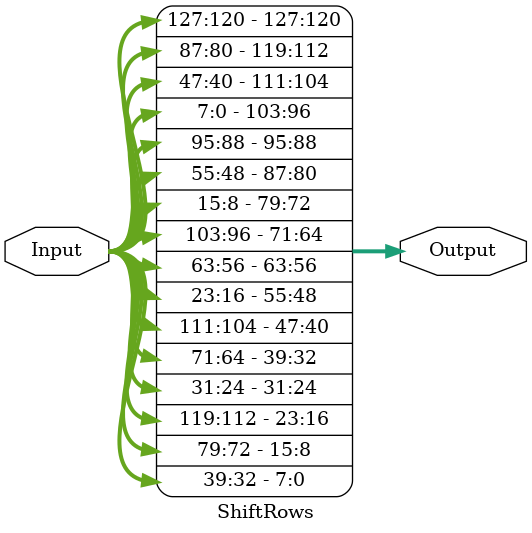
<source format=v>
`timescale 1ns / 1ps

module ShiftRows(
    input [127:0] Input,
    output [127:0] Output
    );
    /*************************
    *  Input / Output is {MSB,2 ... 15,LSB} and is as follows
    *  MSB 5  9   13
    *   2  6  10  14
    *   3  7  11  15
    *   4  8  12  LSB
    **************************/
    // word 1
    assign Output[127:96]={Input[127:120], Input[87:80],
                            Input[47:40], Input[7:0]};
    // word 2
    assign Output[95:64] ={Input[95:88], Input[55:48],
                            Input[15:8], Input[103:96]};
    // word 3
    assign Output[63:32] ={Input[63:56], Input[23:16],
                            Input[111:104], Input[71:64]};
    // word 4
    assign Output[31:0]  ={Input[31:24], Input[119:112],
                            Input[79:72], Input[39:32]};
endmodule

</source>
